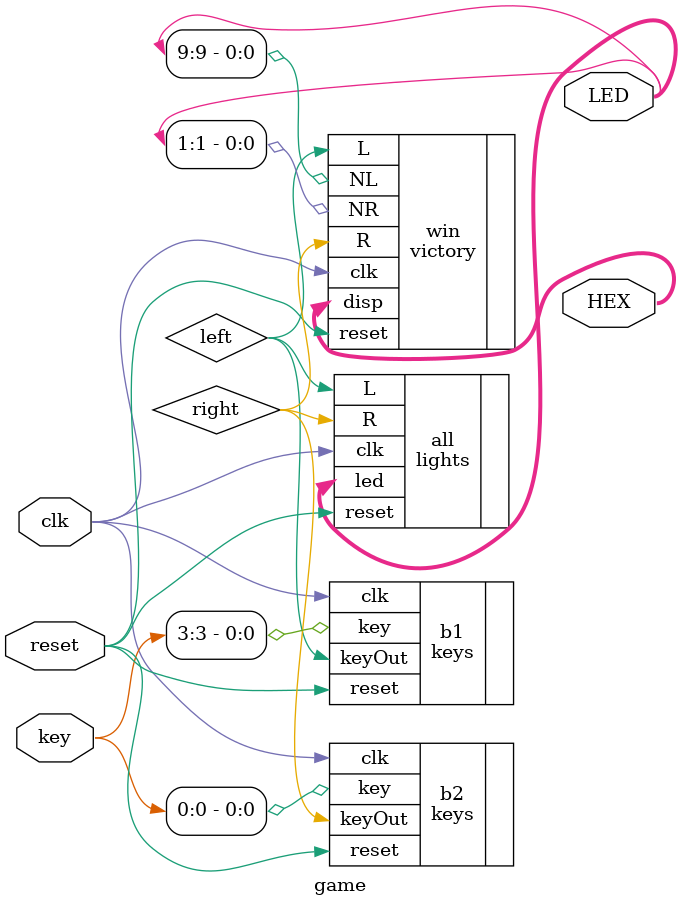
<source format=sv>
module game (
	input logic clk,
	input logic [3:0] key,
	input logic reset,
	output logic [9:1] LED,
	output logic [6:0] HEX
);
  
    logic left, right;
  

  keys b1(.clk(clk), .reset(reset), .key(key[3]), .keyOut(left));
  keys b2(.clk(clk), .reset(reset), .key(key[0]), .keyOut(right));

  lights all(.clk(clk),.reset(reset), .L(left), .R(right), .led(LED[9:1]));

  victory win(.clk(clk), .reset(reset), .L(left), .R(right), .NL(LED[9]), .NR(LED[1]), .disp(HEX));
  
endmodule 
</source>
